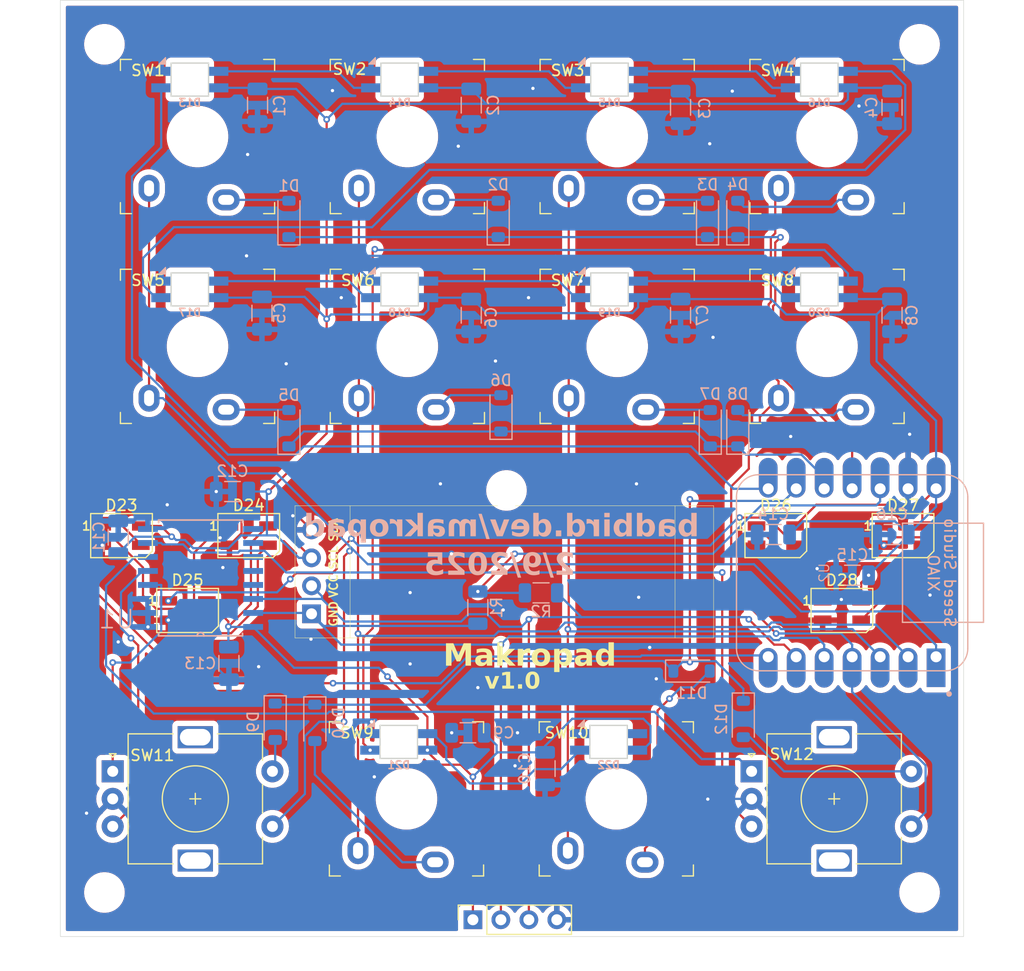
<source format=kicad_pcb>
(kicad_pcb (version 20240108) (generator "pcbnew") (generator_version "8.0")
  (layers (0 "F.Cu" signal) (31 "B.Cu" signal) (34 "B.Paste" user) (35 "F.Paste" user) (36 "B.SilkS" user "B.Silkscreen") (37 "F.SilkS" user "F.Silkscreen") (38 "B.Mask" user) (39 "F.Mask" user) (44 "Edge.Cuts" user))
  (net 0 "")
  (net 1 "ROW0")
  (net 2 "Net-(D1-A)")
  (net 3 "Net-(D2-A)")
  (net 4 "Net-(D3-A)")
  (net 5 "Net-(D4-A)")
  (net 6 "ROW1")
  (net 7 "Net-(D5-A)")
  (net 8 "Net-(D6-A)")
  (net 9 "Net-(D7-A)")
  (net 10 "Net-(D8-A)")
  (net 11 "ROW2")
  (net 12 "ENC_2_SWA")
  (net 13 "Net-(D10-A)")
  (net 14 "Net-(D11-A)")
  (net 15 "ENC_1_SWA")
  (net 16 "VCC")
  (net 17 "I2C_SDA")
  (net 18 "GND")
  (net 19 "I2C_SCL")
  (net 20 "ENC_2_B")
  (net 21 "ENC_2_A")
  (net 22 "ENC_1_B")
  (net 23 "ENC_1_A")
  (net 24 "COL0")
  (net 25 "COL1")
  (net 26 "COL2")
  (net 27 "COL3")
  (net 29 "Net-(D14-DOUT)")
  (net 30 "Net-(D15-DOUT)")
  (net 31 "Net-(D16-DOUT)")
  (net 32 "Net-(D17-DOUT)")
  (net 34 "RGB")
  (net 35 "+3.3V")
  (net 36 "Net-(D18-DOUT)")
  (net 37 "Net-(D13-DOUT)")
  (net 38 "Net-(D19-DOUT)")
  (net 39 "STATUS_LED")
  (net 40 "Net-(D20-DOUT)")
  (net 41 "Net-(D21-DOUT)")
  (net 42 "Net-(D23-DOUT)")
  (net 43 "Net-(D24-DOUT)")
  (net 44 "Net-(D25-DOUT)")
  (net 45 "Net-(D26-DOUT)")
  (net 46 "Net-(D27-DOUT)")
  (footprint "LED_SMD:LED_SK6812MINI_PLCC4_3.5x3.5mm_P1.75mm" (layer "F.Cu") (at 123.05 98.4)
    (property "Reference" "D25")
    (property "Value" "SK6812")
  )
  (footprint "LED_SMD:LED_SK6812MINI_PLCC4_3.5x3.5mm_P1.75mm" (layer "F.Cu") (at 182.45 98.4)
    (property "Reference" "D28")
    (property "Value" "SK6812")
  )
  (footprint "Components:Gateron Low Profile Switch 2.0" (layer "F.Cu") (at 181.1 55.37)
    (property "Reference" "SW4")
    (property "Value" "SW_Push_45deg")
  )
  (footprint "Components:Gateron Low Profile Switch 2.0" (layer "F.Cu") (at 161.97 115.5)
    (property "Reference" "SW10")
    (property "Value" "SW_Push_45deg")
  )
  (footprint "MountingHole:MountingHole_3.2mm_M3" (layer "F.Cu") (at 115.5 124)
    (property "Reference" "MH3" (hide yes))
    (property "Value" "MountingHole_3.2mm_M3")
  )
  (footprint "Components:Gateron Low Profile Switch 2.0" (layer "F.Cu") (at 123.95 55.37)
    (property "Reference" "SW1")
    (property "Value" "SW_Push_45deg")
  )
  (footprint "MountingHole:MountingHole_3.2mm_M3" (layer "F.Cu") (at 115.5 47)
    (property "Reference" "MH1" (hide yes))
    (property "Value" "MountingHole_3.2mm_M3")
  )
  (footprint "MountingHole:MountingHole_3.2mm_M3" (layer "F.Cu") (at 189.5 47)
    (property "Reference" "MH2" (hide yes))
    (property "Value" "MountingHole_3.2mm_M3")
  )
  (footprint "Components:SSD1306-0.91-OLED-4pin-128x32" (layer "F.Cu") (at 170.8 100.89 180)
    (property "Reference" "J1" (hide yes))
    (property "Value" "OLED_DISPLAY" (hide yes))
  )
  (footprint "LED_SMD:LED_SK6812MINI_PLCC4_3.5x3.5mm_P1.75mm" (layer "F.Cu") (at 188 91.6)
    (property "Reference" "D27")
    (property "Value" "SK6812")
  )
  (footprint "Components:encoder" (layer "F.Cu") (at 174.25 113)
    (property "Reference" "SW12")
    (property "Value" "RotaryEncoder_Switch")
  )
  (footprint "LED_SMD:LED_SK6812MINI_PLCC4_3.5x3.5mm_P1.75mm" (layer "F.Cu") (at 128.6 91.6)
    (property "Reference" "D24")
    (property "Value" "SK6812")
  )
  (footprint "LED_SMD:LED_SK6812MINI_PLCC4_3.5x3.5mm_P1.75mm" (layer "F.Cu") (at 176.45 91.6)
    (property "Reference" "D26")
    (property "Value" "SK6812")
  )
  (footprint "LED_SMD:LED_SK6812MINI_PLCC4_3.5x3.5mm_P1.75mm" (layer "F.Cu") (at 117.05 91.6)
    (property "Reference" "D23")
    (property "Value" "SK6812")
  )
  (footprint "Components:Gateron Low Profile Switch 2.0" (layer "F.Cu") (at 143 74.42)
    (property "Reference" "SW6")
    (property "Value" "SW_Push_45deg")
  )
  (footprint "MountingHole:MountingHole_3.2mm_M3" (layer "F.Cu") (at 189.5 124)
    (property "Reference" "MH4" (hide yes))
    (property "Value" "MountingHole_3.2mm_M3")
  )
  (footprint "Components:Gateron Low Profile Switch 2.0" (layer "F.Cu") (at 143 55.37)
    (property "Reference" "SW2")
    (property "Value" "SW_Push_45deg")
  )
  (footprint "Components:Gateron Low Profile Switch 2.0" (layer "F.Cu") (at 162.05 74.42)
    (property "Reference" "SW7")
    (property "Value" "SW_Push_45deg")
  )
  (footprint "Components:encoder" (layer "F.Cu") (at 116.25 113)
    (property "Reference" "SW11")
    (property "Value" "RotaryEncoder_Switch")
  )
  (footprint "Components:Gateron Low Profile Switch 2.0" (layer "F.Cu") (at 123.95 74.42)
    (property "Reference" "SW5")
    (property "Value" "SW_Push_45deg")
  )
  (footprint "Components:Gateron Low Profile Switch 2.0" (layer "F.Cu") (at 181.1 74.42)
    (property "Reference" "SW8")
    (property "Value" "SW_Push_45deg")
  )
  (footprint "Components:4pin" (layer "F.Cu") (at 148.95 126.475 90)
    (property "Reference" "J2" (hide yes))
    (property "Value" "Conn_01x04")
  )
  (footprint "Components:Gateron Low Profile Switch 2.0" (layer "F.Cu") (at 162.05 55.37)
    (property "Reference" "SW3")
    (property "Value" "SW_Push_45deg")
  )
  (footprint "Components:Gateron Low Profile Switch 2.0" (layer "F.Cu") (at 142.92 115.5)
    (property "Reference" "SW9")
    (property "Value" "SW_Push_45deg")
  )
  (footprint "Diode_SMD:D_SOD-123" (layer "B.Cu") (at 132.25 81.85 90)
    (property "Reference" "D5")
    (property "Value" "D")
  )
  (footprint "Capacitor_SMD:C_1206_3216Metric" (layer "B.Cu") (at 126.8 103.2 -90)
    (property "Reference" "C13")
    (property "Value" "0.1uF")
  )
  (footprint "Capacitor_SMD:C_1206_3216Metric" (layer "B.Cu") (at 176.225 91.5 180)
    (property "Reference" "C14")
    (property "Value" "0.1uF")
  )
  (footprint "neopixel.petty:SK6812MINI-E" (layer "B.Cu") (at 161.35 69.25 180)
    (property "Reference" "D19")
    (property "Value" "SK6812" (hide yes))
    (fp_line (start 1.7 1.5) (end -1.7 1.5) (stroke (width 0.12)) (layer "Edge.Cuts"))
    (fp_line (start 1.7 -1.5) (end 1.7 1.5) (stroke (width 0.12)) (layer "Edge.Cuts"))
    (fp_line (start -1.7 1.5) (end -1.7 -1.5) (stroke (width 0.12)) (layer "Edge.Cuts"))
    (fp_line (start -1.7 -1.5) (end 1.7 -1.5) (stroke (width 0.12)) (layer "Edge.Cuts"))
  )
  (footprint "Diode_SMD:D_SOD-123" (layer "B.Cu") (at 132.25 62.85 90)
    (property "Reference" "D1")
    (property "Value" "D")
  )
  (footprint "neopixel.petty:SK6812MINI-E" (layer "B.Cu") (at 142.22 110.33 180)
    (property "Reference" "D21")
    (property "Value" "SK6812" (hide yes))
    (fp_line (start 1.7 1.5) (end -1.7 1.5) (stroke (width 0.12)) (layer "Edge.Cuts"))
    (fp_line (start 1.7 -1.5) (end 1.7 1.5) (stroke (width 0.12)) (layer "Edge.Cuts"))
    (fp_line (start -1.7 1.5) (end -1.7 -1.5) (stroke (width 0.12)) (layer "Edge.Cuts"))
    (fp_line (start -1.7 -1.5) (end 1.7 -1.5) (stroke (width 0.12)) (layer "Edge.Cuts"))
  )
  (footprint "Capacitor_SMD:C_1206_3216Metric" (layer "B.Cu") (at 155.5 112.75 -90)
    (property "Reference" "C10")
    (property "Value" "0.1uF")
  )
  (footprint "Diode_SMD:D_SOD-123" (layer "B.Cu") (at 134.6 108.6 -90)
    (property "Reference" "D10")
    (property "Value" "D")
  )
  (footprint "Resistor_SMD:R_1206_3216Metric" (layer "B.Cu") (at 149.4 98.1375 90)
    (property "Reference" "R1")
    (property "Value" "10k")
  )
  (footprint "neopixel.petty:SK6812MINI-E" (layer "B.Cu") (at 180.4 50.2 180)
    (property "Reference" "D16")
    (property "Value" "SK6812" (hide yes))
    (fp_line (start 1.7 1.5) (end -1.7 1.5) (stroke (width 0.12)) (layer "Edge.Cuts"))
    (fp_line (start 1.7 -1.5) (end 1.7 1.5) (stroke (width 0.12)) (layer "Edge.Cuts"))
    (fp_line (start -1.7 1.5) (end -1.7 -1.5) (stroke (width 0.12)) (layer "Edge.Cuts"))
    (fp_line (start -1.7 -1.5) (end 1.7 -1.5) (stroke (width 0.12)) (layer "Edge.Cuts"))
  )
  (footprint "neopixel.petty:SK6812MINI-E" (layer "B.Cu") (at 180.4 69.25 180)
    (property "Reference" "D20")
    (property "Value" "SK6812" (hide yes))
    (fp_line (start 1.7 1.5) (end -1.7 1.5) (stroke (width 0.12)) (layer "Edge.Cuts"))
    (fp_line (start 1.7 -1.5) (end 1.7 1.5) (stroke (width 0.12)) (layer "Edge.Cuts"))
    (fp_line (start -1.7 1.5) (end -1.7 -1.5) (stroke (width 0.12)) (layer "Edge.Cuts"))
    (fp_line (start -1.7 -1.5) (end 1.7 -1.5) (stroke (width 0.12)) (layer "Edge.Cuts"))
  )
  (footprint "Capacitor_SMD:C_1206_3216Metric" (layer "B.Cu") (at 148.5 109.5 180)
    (property "Reference" "C9")
    (property "Value" "0.1uF")
  )
  (footprint "Capacitor_SMD:C_1206_3216Metric" (layer "B.Cu") (at 187 71.6 -90)
    (property "Reference" "C8")
    (property "Value" "0.1uF")
  )
  (footprint "Diode_SMD:D_SOD-123" (layer "B.Cu") (at 151.25 62.85 90)
    (property "Reference" "D2")
    (property "Value" "D")
  )
  (footprint "Diode_SMD:D_SOD-123" (layer "B.Cu") (at 170.5 81.85 90)
    (property "Reference" "D7")
    (property "Value" "D")
  )
  (footprint "Capacitor_SMD:C_1206_3216Metric" (layer "B.Cu") (at 183.4 95.2 180)
    (property "Reference" "C15")
    (property "Value" "0.1uF")
  )
  (footprint "Capacitor_SMD:C_1206_3216Metric" (layer "B.Cu") (at 129.8 71.4 -90)
    (property "Reference" "C5")
    (property "Value" "0.1uF")
  )
  (footprint "Capacitor_SMD:C_1206_3216Metric" (layer "B.Cu") (at 129.4 52.525 -90)
    (property "Reference" "C1")
    (property "Value" "0.1uF")
  )
  (footprint "Diode_SMD:D_SOD-123" (layer "B.Cu") (at 173 81.85 90)
    (property "Reference" "D8")
    (property "Value" "D")
  )
  (footprint "Capacitor_SMD:C_1206_3216Metric" (layer "B.Cu") (at 148.8 71.6 -90)
    (property "Reference" "C6")
    (property "Value" "0.1uF")
  )
  (footprint "Diode_SMD:D_SOD-123" (layer "B.Cu") (at 170.25 62.85 90)
    (property "Reference" "D3")
    (property "Value" "D")
  )
  (footprint "Capacitor_SMD:C_1206_3216Metric" (layer "B.Cu") (at 116.75 91.75 90)
    (property "Reference" "C11")
    (property "Value" "0.1uF")
  )
  (footprint "Capacitor_SMD:C_1206_3216Metric" (layer "B.Cu") (at 167.8 52.725 -90)
    (property "Reference" "C3")
    (property "Value" "0.1uF")
  )
  (footprint "neopixel.petty:SK6812MINI-E" (layer "B.Cu") (at 142.3 69.25 180)
    (property "Reference" "D18")
    (property "Value" "SK6812" (hide yes))
    (fp_line (start 1.7 1.5) (end -1.7 1.5) (stroke (width 0.12)) (layer "Edge.Cuts"))
    (fp_line (start 1.7 -1.5) (end 1.7 1.5) (stroke (width 0.12)) (layer "Edge.Cuts"))
    (fp_line (start -1.7 1.5) (end -1.7 -1.5) (stroke (width 0.12)) (layer "Edge.Cuts"))
    (fp_line (start -1.7 -1.5) (end 1.7 -1.5) (stroke (width 0.12)) (layer "Edge.Cuts"))
  )
  (footprint "neopixel.petty:SK6812MINI-E" (layer "B.Cu") (at 142.3 50.2 180)
    (property "Reference" "D14")
    (property "Value" "SK6812" (hide yes))
    (fp_line (start 1.7 1.5) (end -1.7 1.5) (stroke (width 0.12)) (layer "Edge.Cuts"))
    (fp_line (start 1.7 -1.5) (end 1.7 1.5) (stroke (width 0.12)) (layer "Edge.Cuts"))
    (fp_line (start -1.7 1.5) (end -1.7 -1.5) (stroke (width 0.12)) (layer "Edge.Cuts"))
    (fp_line (start -1.7 -1.5) (end 1.7 -1.5) (stroke (width 0.12)) (layer "Edge.Cuts"))
  )
  (footprint "neopixel.petty:SK6812MINI-E" (layer "B.Cu") (at 123.25 50.2 180)
    (property "Reference" "D13")
    (property "Value" "SK6812" (hide yes))
    (fp_line (start 1.7 1.5) (end -1.7 1.5) (stroke (width 0.12)) (layer "Edge.Cuts"))
    (fp_line (start 1.7 -1.5) (end 1.7 1.5) (stroke (width 0.12)) (layer "Edge.Cuts"))
    (fp_line (start -1.7 1.5) (end -1.7 -1.5) (stroke (width 0.12)) (layer "Edge.Cuts"))
    (fp_line (start -1.7 -1.5) (end 1.7 -1.5) (stroke (width 0.12)) (layer "Edge.Cuts"))
  )
  (footprint "neopixel.petty:SK6812MINI-E" (layer "B.Cu") (at 123.25 69.25 180)
    (property "Reference" "D17")
    (property "Value" "SK6812" (hide yes))
    (fp_line (start 1.7 1.5) (end -1.7 1.5) (stroke (width 0.12)) (layer "Edge.Cuts"))
    (fp_line (start 1.7 -1.5) (end 1.7 1.5) (stroke (width 0.12)) (layer "Edge.Cuts"))
    (fp_line (start -1.7 1.5) (end -1.7 -1.5) (stroke (width 0.12)) (layer "Edge.Cuts"))
    (fp_line (start -1.7 -1.5) (end 1.7 -1.5) (stroke (width 0.12)) (layer "Edge.Cuts"))
  )
  (footprint "Diode_SMD:D_SOD-123" (layer "B.Cu") (at 131 108.5 -90)
    (property "Reference" "D9")
    (property "Value" "D")
  )
  (footprint "Components:SOIC127P1032X265-16N" (layer "B.Cu") (at 124.2248 95.445)
    (property "Reference" "U1")
    (property "Value" "PCF8574A")
  )
  (footprint "neopixel.petty:SK6812MINI-E" (layer "B.Cu") (at 161.35 50.2 180)
    (property "Reference" "D15")
    (property "Value" "SK6812" (hide yes))
    (fp_line (start 1.7 1.5) (end -1.7 1.5) (stroke (width 0.12)) (layer "Edge.Cuts"))
    (fp_line (start 1.7 -1.5) (end 1.7 1.5) (stroke (width 0.12)) (layer "Edge.Cuts"))
    (fp_line (start -1.7 1.5) (end -1.7 -1.5) (stroke (width 0.12)) (layer "Edge.Cuts"))
    (fp_line (start -1.7 -1.5) (end 1.7 -1.5) (stroke (width 0.12)) (layer "Edge.Cuts"))
  )
  (footprint "Diode_SMD:D_SOD-123" (layer "B.Cu") (at 168.8 103.9)
    (property "Reference" "D11")
    (property "Value" "D")
  )
  (footprint "Capacitor_SMD:C_1206_3216Metric" (layer "B.Cu") (at 148.8 52.525 -90)
    (property "Reference" "C2")
    (property "Value" "0.1uF")
  )
  (footprint "Resistor_SMD:R_1206_3216Metric" (layer "B.Cu") (at 155.1375 96.8 180)
    (property "Reference" "R2")
    (property "Value" "10k")
  )
  (footprint "Capacitor_SMD:C_1206_3216Metric" (layer "B.Cu") (at 187 91.5 180)
    (property "Reference" "C16")
    (property "Value" "0.1uF")
  )
  (footprint "Diode_SMD:D_SOD-123" (layer "B.Cu") (at 173 62.85 90)
    (property "Reference" "D4")
    (property "Value" "D")
  )
  (footprint "Capacitor_SMD:C_1206_3216Metric" (layer "B.Cu") (at 167.8 71.6 -90)
    (property "Reference" "C7")
    (property "Value" "0.1uF")
  )
  (footprint "Diode_SMD:D_SOD-123" (layer "B.Cu") (at 173.5 108.25 -90)
    (property "Reference" "D12")
    (property "Value" "D")
  )
  (footprint "Capacitor_SMD:C_1206_3216Metric" (layer "B.Cu") (at 127.125 87.6 180)
    (property "Reference" "C12")
    (property "Value" "0.1uF")
  )
  (footprint "Components:XIAO-Generic-Hybrid-14P-2.54-21X17.8MM" (layer "B.Cu") (at 183.38 94.975 90)
    (property "Reference" "U2")
    (property "Value" "MOUDLE-SEEEDUINO-XIAO" (hide yes))
  )
  (footprint "Capacitor_SMD:C_1206_3216Metric" (layer "B.Cu") (at 187 52.725 -90)
    (property "Reference" "C4")
    (property "Value" "0.1uF")
  )
  (footprint "neopixel.petty:SK6812MINI-E" (layer "B.Cu") (at 161.27 110.33 180)
    (property "Reference" "D22")
    (property "Value" "SK6812" (hide yes))
    (fp_line (start 1.7 1.5) (end -1.7 1.5) (stroke (width 0.12)) (layer "Edge.Cuts"))
    (fp_line (start 1.7 -1.5) (end 1.7 1.5) (stroke (width 0.12)) (layer "Edge.Cuts"))
    (fp_line (start -1.7 1.5) (end -1.7 -1.5) (stroke (width 0.12)) (layer "Edge.Cuts"))
    (fp_line (start -1.7 -1.5) (end 1.7 -1.5) (stroke (width 0.12)) (layer "Edge.Cuts"))
  )
  (footprint "MountingHole:MountingHole_3.2mm_M3" (layer "B.Cu") (at 152 87.5 180)
    (property "Reference" "MH5" (hide yes))
    (property "Value" "MountingHole_3.2mm_M3")
  )
  (footprint "Diode_SMD:D_SOD-123" (layer "B.Cu") (at 151.5 80.5 90)
    (property "Reference" "D6")
    (property "Value" "D")
  )
  (gr_rect (start 111.5 43) (end 193.5 128) (stroke (width 0.05)) (fill none) (layer "Edge.Cuts"))
  (gr_text "2/9/2025" (at 158.25 95.5 0) (layer "B.SilkS") (effects (font (size 2 2) (thickness 0.4) (bold yes)) (justify left bottom mirror)))
  (gr_text "badbird.dev/makropad" (at 169.5 92 0) (layer "B.SilkS") (effects (font (size 2 2) (thickness 0.4) (bold yes)) (justify left bottom mirror)))
  (gr_text "Makropad" (at 146.25 103.75 0) (layer "F.SilkS") (effects (font (size 2 2) (thickness 0.2) (bold yes)) (justify left bottom)))
  (gr_text "v1.0" (at 150 105.75 0) (layer "F.SilkS") (effects (font (size 1.5 1.5) (thickness 0.2) (bold yes)) (justify left bottom)))
  (segment (start 176.4 70.565686) (end 176.2 70.765685) (width 0.2) (layer "F.Cu") (net 1))
  (segment (start 183.38 83.63) (end 183.38 87.35) (width 0.2) (layer "F.Cu") (net 1))
  (segment (start 176.2 76.45) (end 183.38 83.63) (width 0.2) (layer "F.Cu") (net 1))
  (segment (start 176.874377 64.518878) (end 176.4 64.993255) (width 0.2) (layer "F.Cu") (net 1))
  (segment (start 176.2 70.765685) (end 176.2 76.45) (width 0.2) (layer "F.Cu") (net 1))
  (segment (start 176.4 64.993255) (end 176.4 70.565686) (width 0.2) (layer "F.Cu") (net 1))
  (via (at 176.874377 64.518878) (size 0.6) (drill 0.3) (layers "F.Cu" "B.Cu") (net 1))
  (segment (start 176.874377 64.518878) (end 176.855499 64.5) (width 0.2) (layer "B.Cu") (net 1))
  (segment (start 176.855499 64.5) (end 170.25 64.5) (width 0.2) (layer "B.Cu") (net 1))
  (segment (start 151.25 64.5) (end 132.25 64.5) (width 0.2) (layer "B.Cu") (net 1))
  (segment (start 170.25 64.5) (end 151.25 64.5) (width 0.2) (layer "B.Cu") (net 1))
  (segment (start 126.55 61.12) (end 132.17 61.12) (width 0.2) (layer "B.Cu") (net 2))
  (segment (start 132.17 61.12) (end 132.25 61.2) (width 0.2) (layer "B.Cu") (net 2))
  (segment (start 145.6 61.12) (end 151.17 61.12) (width 0.2) (layer "B.Cu") (net 3))
  (segment (start 151.17 61.12) (end 151.25 61.2) (width 0.2) (layer "B.Cu") (net 3))
  (segment (start 164.65 61.12) (end 170.17 61.12) (width 0.2) (layer "B.Cu") (net 4))
  (segment (start 170.17 61.12) (end 170.25 61.2) (width 0.2) (layer "B.Cu") (net 4))
  (segment (start 181.543 61.75) (end 173.55 61.75) (width 0.2) (layer "B.Cu") (net 5))
  (segment (start 182.173 61.12) (end 181.543 61.75) (width 0.2) (layer "B.Cu") (net 5))
  (segment (start 183.7 61.12) (end 182.173 61.12) (width 0.2) (layer "B.Cu") (net 5))
  (segment (start 173.55 61.75) (end 173 61.2) (width 0.2) (layer "B.Cu") (net 5))
  (segment (start 173 83.5) (end 173.75 84.25) (width 0.2) (layer "B.Cu") (net 6))
  (segment (start 180.84 86.313654) (end 180.84 87.35) (width 0.2) (layer "B.Cu") (net 6))
  (segment (start 169.15 82.15) (end 170.5 83.5) (width 0.2) (layer "B.Cu") (net 6))
  (segment (start 173.75 84.25) (end 178.776346 84.25) (width 0.2) (layer "B.Cu") (net 6))
  (segment (start 133.6 82.15) (end 151.5 82.15) (width 0.2) (layer "B.Cu") (net 6))
  (segment (start 173 83.5) (end 170.5 83.5) (width 0.2) (layer "B.Cu") (net 6))
  (segment (start 132.25 83.5) (end 133.6 82.15) (width 0.2) (layer "B.Cu") (net 6))
  (segment (start 178.776346 84.25) (end 180.84 86.313654) (width 0.2) (layer "B.Cu") (net 6))
  (segment (start 151.5 82.15) (end 169.15 82.15) (width 0.2) (layer "B.Cu") (net 6))
  (segment (start 132.22 80.17) (end 132.25 80.2) (width 0.2) (layer "B.Cu") (net 7))
  (segment (start 126.55 80.17) (end 132.22 80.17) (width 0.2) (layer "B.Cu") (net 7))
  (segment (start 151.5 78.85) (end 146.92 78.85) (width 0.2) (layer "B.Cu") (net 8))
  (segment (start 146.92 78.85) (end 145.6 80.17) (width 0.2) (layer "B.Cu") (net 8))
  (segment (start 164.65 80.17) (end 170.47 80.17) (width 0.2) (layer "B.Cu") (net 9))
  (segment (start 170.47 80.17) (end 170.5 80.2) (width 0.2) (layer "B.Cu") (net 9))
  (segment (start 181.68 80.6636) (end 173.464 80.6636) (width 0.2) (layer "B.Cu") (net 10))
  (segment (start 182.173 80.17) (end 181.68 80.6636) (width 0.2) (layer "B.Cu") (net 10))
  (segment (start 173.464 80.6636) (end 173 80.2) (width 0.2) (layer "B.Cu") (net 10))
  (segment (start 183.7 80.17) (end 182.173 80.17) (width 0.2) (layer "B.Cu") (net 10))
  (segment (start 168.648 103.079) (end 168.648 88.3051) (width 0.2) (layer "F.Cu") (net 11))
  (via (at 168.648 103.079) (size 0.6) (drill 0.3) (layers "F.Cu" "B.Cu") (net 11))
  (via (at 168.648 88.3051) (size 0.6) (drill 0.3) (layers "F.Cu" "B.Cu") (net 11))
  (segment (start 148.615 102.985) (end 166.235 102.985) (width 0.2) (layer "B.Cu") (net 11))
  (segment (start 131 106.95) (end 134.6 106.95) (width 0.2) (layer "B.Cu") (net 11))
  (segment (start 167.971 103.079) (end 168.648 103.079) (width 0.2) (layer "B.Cu") (net 11))
  (segment (start 168.648 103.079) (end 168.727 103) (width 0.2) (layer "B.Cu") (net 11))
  (segment (start 166.235 102.985) (end 167.15 103.9) (width 0.2) (layer "B.Cu") (net 11))
  (segment (start 144.65 106.95) (end 148.615 102.985) (width 0.2) (layer "B.Cu") (net 11))
  (segment (start 168.793 88.45) (end 168.648 88.3051) (width 0.2) (layer "B.Cu") (net 11))
  (segment (start 173.5 105.5) (end 173.5 106.6) (width 0.2) (layer "B.Cu") (net 11))
  (segment (start 167.15 103.9) (end 167.971 103.079) (width 0.2) (layer "B.Cu") (net 11))
  (segment (start 178.3 87.35) (end 177.2 88.45) (width 0.2) (layer "B.Cu") (net 11))
  (segment (start 177.2 88.45) (end 168.793 88.45) (width 0.2) (layer "B.Cu") (net 11))
  (segment (start 168.727 103) (end 171 103) (width 0.2) (layer "B.Cu") (net 11))
  (segment (start 134.6 106.95) (end 144.65 106.95) (width 0.2) (layer "B.Cu") (net 11))
  (segment (start 171 103) (end 173.5 105.5) (width 0.2) (layer "B.Cu") (net 11))
  (segment (start 177.2 113) (end 188.75 113) (width 0.2) (layer "B.Cu") (net 12))
  (segment (start 173.5 109.9) (end 174.1 109.9) (width 0.2) (layer "B.Cu") (net 12))
  (segment (start 174.1 109.9) (end 177.2 113) (width 0.2) (layer "B.Cu") (net 12))
  (segment (start 134.6 113.3) (end 142.55 121.25) (width 0.2) (layer "B.Cu") (net 13))
  (segment (start 134.6 110.25) (end 134.6 113.3) (width 0.2) (layer "B.Cu") (net 13))
  (segment (start 142.55 121.25) (end 145.52 121.25) (width 0.2) (layer "B.Cu") (net 13))
  (segment (start 166.8 106.4) (end 165.712 107.488) (width 0.2) (layer "F.Cu") (net 14))
  (segment (start 164.57 119.998) (end 164.57 121.25) (width 0.2) (layer "F.Cu") (net 14))
  (segment (start 165.712 118.856) (end 164.57 119.998) (width 0.2) (layer "F.Cu") (net 14))
  (segment (start 165.712 107.488) (end 165.712 118.856) (width 0.2) (layer "F.Cu") (net 14))
  (via (at 166.8 106.4) (size 0.6) (drill 0.3) (layers "F.Cu" "B.Cu") (net 14))
  (segment (start 168.975 105.375) (end 170.45 103.9) (width 0.2) (layer "B.Cu") (net 14))
  (segment (start 166.8 106.4) (end 167.825 105.375) (width 0.2) (layer "B.Cu") (net 14))
  (segment (start 167.825 105.375) (end 168.975 105.375) (width 0.2) (layer "B.Cu") (net 14))
  (segment (start 131 112.75) (end 130.75 113) (width 0.2) (layer "B.Cu") (net 15))
  (segment (start 131 110.15) (end 131 112.75) (width 0.2) (layer "B.Cu") (net 15))
  (segment (start 121.6 91.7033) (end 120.622 90.725) (width 0.2) (layer "F.Cu") (net 16))
  (segment (start 130.4 87.6) (end 135.673 82.3271) (width 0.2) (layer "F.Cu") (net 16))
  (segment (start 141.2 104.4) (end 141.2 104.431) (width 0.2) (layer "F.Cu") (net 16))
  (segment (start 180.125 88.8) (end 178.2 90.725) (width 0.2) (layer "F.Cu") (net 16))
  (segment (start 124.8 97.525) (end 124.875 97.525) (width 0.2) (layer "F.Cu") (net 16))
  (segment (start 189.75 90.725) (end 189.75 89) (width 0.2) (layer "F.Cu") (net 16))
  (segment (start 131.405 90.725) (end 134.3 93.62) (width 0.2) (layer "F.Cu") (net 16))
  (segment (start 141.2 104.431) (end 144.82 108.051) (width 0.2) (layer "F.Cu") (net 16))
  (segment (start 144.82 111.22) (end 144.82 111.08) (width 0.2) (layer "F.Cu") (net 16))
  (segment (start 189.55 88.8) (end 191 87.35) (width 0.2) (layer "F.Cu") (net 16))
  (segment (start 144.82 108.051) (end 144.82 111.08) (width 0.2) (layer "F.Cu") (net 16))
  (segment (start 146 112.4) (end 144.82 111.22) (width 0.2) (layer "F.Cu") (net 16))
  (segment (start 148.95 113.5) (end 148.95 126.475) (width 0.2) (layer "F.Cu") (net 16))
  (segment (start 126.753 99.8587) (end 128.8 97.8117) (width 0.2) (layer "F.Cu") (net 16))
  (segment (start 189.55 88.8) (end 180.125 88.8) (width 0.2) (layer "F.Cu") (net 16))
  (segment (start 128.8 92.275) (end 130.35 90.725) (width 0.2) (layer "F.Cu") (net 16))
  (segment (start 147.85 112.4) (end 146 112.4) (width 0.2) (layer "F.Cu") (net 16))
  (segment (start 148.95 113.5) (end 147.85 112.4) (width 0.2) (layer "F.Cu") (net 16))
  (segment (start 184.2 95.875) (end 184.875 95.2) (width 0.2) (layer "F.Cu") (net 16))
  (segment (start 128.8 97.8117) (end 128.8 92.275) (width 0.2) (layer "F.Cu") (net 16))
  (segment (start 124.875 97.525) (end 126.753 99.403) (width 0.2) (layer "F.Cu") (net 16))
  (segment (start 189.75 89) (end 189.55 88.8) (width 0.2) (layer "F.Cu") (net 16))
  (segment (start 130.35 90.725) (end 131.405 90.725) (width 0.2) (layer "F.Cu") (net 16))
  (segment (start 135.673 53.8203) (end 135.673 71.9246) (width 0.2) (layer "F.Cu") (net 16))
  (segment (start 120.622 90.725) (end 118.8 90.725) (width 0.2) (layer "F.Cu") (net 16))
  (segment (start 184.2 97.525) (end 184.2 95.875) (width 0.2) (layer "F.Cu") (net 16))
  (segment (start 135.673 82.3271) (end 135.673 71.9246) (width 0.2) (layer "F.Cu") (net 16))
  (segment (start 126.753 99.403) (end 126.753 99.8587) (width 0.2) (layer "F.Cu") (net 16))
  (via (at 144.82 111.08) (size 0.6) (drill 0.3) (layers "F.Cu" "B.Cu") (net 16))
  (via (at 130.4 87.6) (size 0.6) (drill 0.3) (layers "F.Cu" "B.Cu") (net 16))
  (via (at 184.875 95.2) (size 0.6) (drill 0.3) (layers "F.Cu" "B.Cu") (net 16))
  (via (at 121.6 91.7033) (size 0.6) (drill 0.3) (layers "F.Cu" "B.Cu") (net 16))
  (via (at 148.95 113.5) (size 0.6) (drill 0.3) (layers "F.Cu" "B.Cu") (net 16))
  (via (at 135.673 53.8203) (size 0.6) (drill 0.3) (layers "F.Cu" "B.Cu") (net 16))
  (via (at 141.2 104.4) (size 0.6) (drill 0.3) (layers "F.Cu" "B.Cu") (net 16))
  (via (at 126.753 99.8587) (size 0.6) (drill 0.3) (layers "F.Cu" "B.Cu") (net 16))
  (via (at 135.673 71.9246) (size 0.6) (drill 0.3) (layers "F.Cu" "B.Cu") (net 16))
  (segment (start 130.249 91.5799) (end 131.108 91.5799) (width 0.2) (layer "B.Cu") (net 16))
  (segment (start 188.475 91.5) (end 191 88.975) (width 0.2) (layer "B.Cu") (net 16))
  (segment (start 191 81.175) (end 185.6 75.775) (width 0.2) (layer "B.Cu") (net 16))
  (segment (start 185.605 71.52) (end 177.41 71.52) (width 0.2) (layer "B.Cu") (net 16))
  (segment (start 178.9 90.3) (end 177.7 91.5) (width 0.2) (layer "B.Cu") (net 16))
  (segment (start 151.1 111.35) (end 151.175 111.275) (width 0.2) (layer "B.Cu") (net 16))
  (segment (start 176.015 70.125) (end 167.8 70.125) (width 0.2) (layer "B.Cu") (net 16))
  (segment (start 128.6 87.6) (end 130.4 87.6) (width 0.2) (layer "B.Cu") (net 16))
  (segment (start 132.903 51.05) (end 135.673 53.8203) (width 0.2) (layer "B.Cu") (net 16))
  (segment (start 177.41 71.52) (end 176.015 70.125) (width 0.2) (layer "B.Cu") (net 16))
  (segment (start 163.95 50.95) (end 167.5 50.95) (width 0.2) (layer "B.Cu") (net 16))
  (segment (start 155.5 111.275) (end 155.5 110.7) (width 0.2) (layer "B.Cu") (net 16))
  (segment (start 135.673 71.9246) (end 136.078 71.52) (width 0.2) (layer "B.Cu") (net 16))
  (segment (start 122 92) (end 121.703 91.7033) (width 0.2) (layer "B.Cu") (net 16))
  (segment (start 164.36 111.08) (end 163.87 111.08) (width 0.2) (layer "B.Cu") (net 16))
  (segment (start 191 87.35) (end 191 81.175) (width 0.2) (layer "B.Cu") (net 16))
  (segment (start 165.07 108.87) (end 165.07 110.37) (width 0.2) (layer "B.Cu") (net 16))
  (segment (start 163.95 70.8743) (end 163.95 70) (width 0.2) (layer "B.Cu") (net 16))
  (segment (start 148.7 50.95) (end 148.8 51.05) (width 0.2) (layer "B.Cu") (net 16))
  (segment (start 148.8 51.05) (end 150.15 52.4) (width 0.2) (layer "B.Cu") (net 16))
  (segment (start 136.078 71.52) (end 144.48 71.52) (width 0.2) (layer "B.Cu") (net 16))
  (segment (start 129.725 70) (end 129.8 69.925) (width 0.2) (layer "B.Cu") (net 16))
  (segment (start 144.48 71.52) (end 144.9 71.1) (width 0.2) (layer "B.Cu") (net 16))
  (segment (start 130.249 91.5799) (end 127.922 91.5799) (width 0.2) (layer "B.Cu") (net 16))
  (segment (start 185.6 75.775) (end 185.6 71.525) (width 0.2) (layer "B.Cu") (net 16))
  (segment (start 150.2 71.4) (end 163.424 71.4) (width 0.2) (layer "B.Cu") (net 16))
  (segment (start 151.175 111.275) (end 155.5 111.275) (width 0.2) (layer "B.Cu") (net 16))
  (segment (start 183 50.95) (end 186.7 50.95) (width 0.2) (layer "B.Cu") (net 16))
  (segment (start 118.272 91.7033) (end 116.75 93.225) (width 0.2) (layer "B.Cu") (net 16))
  (segment (start 188.475 91.5) (end 187.275 90.3) (width 0.2) (layer "B.Cu") (net 16))
  (segment (start 137.093 52.4) (end 150.15 52.4) (width 0.2) (layer "B.Cu") (net 16))
  (segment (start 132.71 103.6) (end 129 99.89) (width 0.2) (layer "B.Cu") (net 16))
  (segment (start 148.925 70.125) (end 150.2 71.4) (width 0.2) (layer "B.Cu") (net 16))
  (segment (start 157.97 108.23) (end 164.43 108.23) (width 0.2) (layer "B.Cu") (net 16))
  (segment (start 151.1 110.625) (end 151.1 111.35) (width 0.2) (layer "B.Cu") (net 16))
  (segment (start 186.7 50.95) (end 187 51.25) (width 0.2) (layer "B.Cu") (net 16))
  (segment (start 187.275 90.3) (end 178.9 90.3) (width 0.2) (layer "B.Cu") (net 16))
  (segment (start 187 70.125) (end 183.125 70.125) (width 0.2) (layer "B.Cu") (net 16))
  (segment (start 150.15 52.4) (end 168.95 52.4) (width 0.2) (layer "B.Cu") (net 16))
  (segment (start 188.475 91.6) (end 188.475 91.5) (width 0.2) (layer "B.Cu") (net 16))
  (segment (start 125.85 70) (end 129.725 70) (width 0.2) (layer "B.Cu") (net 16))
  (segment (start 125.85 50.95) (end 129.3 50.95) (width 0.2) (layer "B.Cu") (net 16))
  (segment (start 163.424 71.4) (end 163.95 70.8743) (width 0.2) (layer "B.Cu") (net 16))
  (segment (start 121.703 91.7033) (end 121.6 91.7033) (width 0.2) (layer "B.Cu") (net 16))
  (segment (start 183 50.95) (end 183 52) (width 0.2) (layer "B.Cu") (net 16))
  (segment (start 183 52) (end 182.6 52.4) (width 0.2) (layer "B.Cu") (net 16))
  (segment (start 165.07 110.37) (end 164.36 111.08) (width 0.2) (layer "B.Cu") (net 16))
  (segment (start 140.4 103.6) (end 132.71 103.6) (width 0.2) (layer "B.Cu") (net 16))
  (segment (start 129.8 69.925) (end 133.673 69.925) (width 0.2) (layer "B.Cu") (net 16))
  (segment (start 126.762 92.74) (end 123.554 92.74) (width 0.2) (layer "B.Cu") (net 16))
  (segment (start 144.9 50.95) (end 148.7 50.95) (width 0.2) (layer "B.Cu") (net 16))
  (segment (start 185.6 71.525) (end 185.605 71.52) (width 0.2) (layer "B.Cu") (net 16))
  (segment (start 149.975 109.5) (end 151.1 110.625) (width 0.2) (layer "B.Cu") (net 16))
  (segment (start 144.9 70) (end 148.675 70) (width 0.2) (layer "B.Cu") (net 16))
  (segment (start 126.784 99.89) (end 126.753 99.8587) (width 0.2) (layer "B.Cu") (net 16))
  (segment (start 130.4 87.6) (end 130.249 87.751) (width 0.2) (layer "B.Cu") (net 16))
  (segment (start 167.8 51.25) (end 168.95 52.4) (width 0.2) (layer "B.Cu") (net 16))
  (segment (start 167.5 50.95) (end 167.8 51.25) (width 0.2) (layer "B.Cu") (net 16))
  (segment (start 135.673 53.8203) (end 137.093 52.4) (width 0.2) (layer "B.Cu") (net 16))
  (segment (start 122.814 92) (end 122 92) (width 0.2) (layer "B.Cu") (net 16))
  (segment (start 187 70.125) (end 185.605 71.52) (width 0.2) (layer "B.Cu") (net 16))
  (segment (start 168.95 52.4) (end 182.6 52.4) (width 0.2) (layer "B.Cu") (net 16))
  (segment (start 126.753 101.678) (end 126.8 101.725) (width 0.2) (layer "B.Cu") (net 16))
  (segment (start 131.108 91.5799) (end 133.148 93.62) (width 0.2) (layer "B.Cu") (net 16))
  (segment (start 155.5 110.7) (end 157.97 108.23) (width 0.2) (layer "B.Cu") (net 16))
  (segment (start 191 88.975) (end 191 87.35) (width 0.2) (layer "B.Cu") (net 16))
  (segment (start 144.9 71.1) (end 144.9 70) (width 0.2) (layer "B.Cu") (net 16))
  (segment (start 133.148 93.62) (end 134.3 93.62) (width 0.2) (layer "B.Cu") (net 16))
  (segment (start 126.753 99.8587) (end 126.753 101.678) (width 0.2) (layer "B.Cu") (net 16))
  (segment (start 130.249 87.751) (end 130.249 91.5799) (width 0.2) (layer "B.Cu") (net 16))
  (segment (start 141.2 104.4) (end 140.4 103.6) (width 0.2) (layer "B.Cu") (net 16))
  (segment (start 121.6 91.7033) (end 118.272 91.7033) (width 0.2) (layer "B.Cu") (net 16))
  (segment (start 164.075 70.125) (end 163.95 70) (width 0.2) (layer "B.Cu") (net 16))
  (segment (start 129 99.89) (end 126.784 99.89) (width 0.2) (layer "B.Cu") (net 16))
  (segment (start 127.922 91.5799) (end 126.762 92.74) (width 0.2) (layer "B.Cu") (net 16))
  (segment (start 129.4 51.05) (end 132.903 51.05) (width 0.2) (layer "B.Cu") (net 16))
  (segment (start 184.875 95.2) (end 188.475 91.6) (width 0.2) (layer "B.Cu") (net 16))
  (segment (start 164.43 108.23) (end 165.07 108.87) (width 0.2) (layer "B.Cu") (net 16))
  (segment (start 148.95 113.5) (end 151.1 111.35) (width 0.2) (layer "B.Cu") (net 16))
  (segment (start 148.8 70.125) (end 148.925 70.125) (width 0.2) (layer "B.Cu") (net 16))
  (segment (start 167.8 70.125) (end 164.075 70.125) (width 0.2) (layer "B.Cu") (net 16))
  (segment (start 183.125 70.125) (end 183 70) (width 0.2) (layer "B.Cu") (net 16))
  (segment (start 129.3 50.95) (end 129.4 51.05) (width 0.2) (layer "B.Cu") (net 16))
  (segment (start 123.554 92.74) (end 122.814 92) (width 0.2) (layer "B.Cu") (net 16))
  (segment (start 133.673 69.925) (end 135.673 71.9246) (width 0.2) (layer "B.Cu") (net 16))
  (segment (start 148.675 70) (end 148.8 70.125) (width 0.2) (layer "B.Cu") (net 16))
  (segment (start 151.49 126.475) (end 151.49 101.498) (width 0.2) (layer "F.Cu") (net 17))
  (via (at 151.49 101.498) (size 0.6) (drill 0.3) (layers "F.Cu" "B.Cu") (net 17))
  (segment (start 136.998 101.498) (end 151.49 101.498) (width 0.2) (layer "B.Cu") (net 17))
  (segment (start 151.49 101.498) (end 152.238 100.75) (width 0.2) (layer "B.Cu") (net 17))
  (segment (start 148.8 99.8) (end 135.4 99.8) (width 0.2) (layer "B.Cu") (net 17))
  (segment (start 134.3 98.7) (end 134.6 98.7) (width 0.2) (layer "B.Cu") (net 17))
  (segment (start 180.84 101.498) (end 180.84 102.6) (width 0.2) (layer "B.Cu") (net 17))
  (segment (start 134.22 98.62) (end 134.3 98.7) (width 0.2) (layer "B.Cu") (net 17))
  (segment (start 134.6 98.7) (end 134.6 99.1) (width 0.2) (layer "B.Cu") (net 17))
  (segment (start 176.229471 101.086) (end 176.726529 101.086) (width 0.2) (layer "B.Cu") (net 17))
  (segment (start 180.228 100.886) (end 180.84 101.498) (width 0.2) (layer "B.Cu") (net 17))
  (segment (start 152.238 100.75) (end 175.893471 100.75) (width 0.2) (layer "B.Cu") (net 17))
  (segment (start 176.92653 100.886) (end 180.228 100.886) (width 0.2) (layer "B.Cu") (net 17))
  (segment (start 176.726529 101.086) (end 176.92653 100.886) (width 0.2) (layer "B.Cu") (net 17))
  (segment (start 175.893471 100.75) (end 176.229471 101.086) (width 0.2) (layer "B.Cu") (net 17))
  (segment (start 129 98.62) (end 134.22 98.62) (width 0.2) (layer "B.Cu") (net 17))
  (segment (start 135.4 99.8) (end 134.3 98.7) (width 0.2) (layer "B.Cu") (net 17))
  (segment (start 149.3 99.5) (end 149.4 99.6) (width 0.2) (layer "B.Cu") (net 17))
  (segment (start 134.6 99.1) (end 136.998 101.498) (width 0.2) (layer "B.Cu") (net 17))
  (segment (start 149.1 99.5) (end 148.8 99.8) (width 0.2) (layer "B.Cu") (net 17))
  (segment (start 149.1 99.5) (end 149.3 99.5) (width 0.2) (layer "B.Cu") (net 17))
  (segment (start 133.02 89.8) (end 134.3 91.08) (width 0.2) (layer "F.Cu") (net 18))
  (segment (start 126 91.8) (end 126.175 91.8) (width 0.2) (layer "F.Cu") (net 18))
  (segment (start 127.95 89.9) (end 127.95 91.375) (width 0.2) (layer "F.Cu") (net 18))
  (segment (start 125.65 87.6) (end 127.95 89.9) (width 0.2) (layer "F.Cu") (net 18))
  (segment (start 132.6 89.8) (end 133.02 89.8) (width 0.2) (layer "F.Cu") (net 18))
  (segment (start 188.6 87.21) (end 188.46 87.35) (width 0.2) (layer "F.Cu") (net 18))
  (segment (start 127.95 91.375) (end 126.85 92.475) (width 0.2) (layer "F.Cu") (net 18))
  (segment (start 188.6 82.4) (end 188.6 87.21) (width 0.2) (layer "F.Cu") (net 18))
  (segment (start 126.175 91.8) (end 126.85 92.475) (width 0.2) (layer "F.Cu") (net 18))
  (via (at 136.2 51.2) (size 0.6) (drill 0.3) (layers "F.Cu" "B.Cu") (net 18))
  (via (at 154 70) (size 0.6) (drill 0.3) (layers "F.Cu" "B.Cu") (net 18))
  (via (at 143.25 103.25) (size 0.6) (drill 0.3) (layers "F.Cu" "B.Cu") (net 18))
  (via (at 152.775 112.5) (size 0.6) (drill 0.3) (layers "F.Cu" "B.Cu") (net 18))
  (via (at 158.75 68.5) (size 0.6) (drill 0.3) (layers "F.Cu" "B.Cu") (net 18))
  (via (at 126 91.8) (size 0.6) (drill 0.3) (layers "F.Cu" "B.Cu") (net 18))
  (via (at 153 109.5) (size 0.6) (drill 0.3) (layers "F.Cu" "B.Cu") (net 18))
  (via (at 115.3 92.475) (size 0.6) (drill 0.3) (layers "F.Cu" "B.Cu") (net 18))
  (via (at 151 75.75) (size 0.6) (drill 0.3) (layers "F.Cu" "B.Cu") (net 18))
  (via (at 126.25 94.5) (size 0.6) (drill 0.3) (layers "F.Cu" "B.Cu") (net 18))
  (via (at 165 101.75) (size 0.6) (drill 0.3) (layers "F.Cu" "B.Cu") (net 18))
  (via (at 121.3 99.275) (size 0.6) (drill 0.3) (layers "F.Cu" "B.Cu") (net 18))
  (via (at 186.25 92.475) (size 0.6) (drill 0.3) (layers "F.Cu" "B.Cu") (net 18))
  (via (at 125.65 87.6) (size 0.6) (drill 0.3) (layers "F.Cu" "B.Cu") (net 18))
  (via (at 163.8 86.9) (size 0.6) (drill 0.3) (layers "F.Cu" "B.Cu") (net 18))
  (via (at 146 86.9) (size 0.6) (drill 0.3) (layers "F.Cu" "B.Cu") (net 18))
  (via (at 137 70) (size 0.6) (drill 0.3) (layers "F.Cu" "B.Cu") (net 18))
  (via (at 129.5 103.5) (size 0.6) (drill 0.3) (layers "F.Cu" "B.Cu") (net 18))
  (via (at 154.4 51) (size 0.6) (drill 0.3) (layers "F.Cu" "B.Cu") (net 18))
  (via (at 139.75 108.5) (size 0.6) (drill 0.3) (layers "F.Cu" "B.Cu") (net 18))
  (via (at 170.75 73.6) (size 0.6) (drill 0.3) (layers "F.Cu" "B.Cu") (net 18))
  (via (at 132.6 89.8) (size 0.6) (drill 0.3) (layers "F.Cu" "B.Cu") (net 18))
  (via (at 149.4 105.4) (size 0.6) (drill 0.3) (layers "F.Cu" "B.Cu") (net 18))
  (via (at 151.7 98.35) (size 0.6) (drill 0.3) (layers "F.Cu" "B.Cu") (net 18))
  (via (at 184 52.6) (size 0.6) (drill 0.3) (layers "F.Cu" "B.Cu") (net 18))
  (via (at 132 76) (size 0.6) (drill 0.3) (layers "F.Cu" "B.Cu") (net 18))
  (via (at 143.25 96.775) (size 0.6) (drill 0.3) (layers "F.Cu" "B.Cu") (net 18))
  (via (at 158.67 109.58) (size 0.6) (drill 0.3) (layers "F.Cu" "B.Cu") (net 18))
  (via (at 165.6 104.6) (size 0.6) (drill 0.3) (layers "F.Cu" "B.Cu") (net 18))
  (via (at 134.25 101) (size 0.6) (drill 0.3) (layers "F.Cu" "B.Cu") (net 18))
  (via (at 172.5 51.25) (size 0.6) (drill 0.3) (layers "F.Cu" "B.Cu") (net 18))
  (via (at 164 97.2) (size 0.6) (drill 0.3) (layers "F.Cu" "B.Cu") (net 18))
  (via (at 170.275 115.525) (size 0.6) (drill 0.3) (layers "F.Cu" "B.Cu") (net 18))
  (via (at 147.025 109.5) (size 0.6) (drill 0.3) (layers "F.Cu" "B.Cu") (net 18))
  (via (at 182.4 97.4) (size 0.6) (drill 0.3) (layers "F.Cu" "B.Cu") (net 18))
  (via (at 177.8 68.5) (size 0.6) (drill 0.3) (layers "F.Cu" "B.Cu") (net 18))
  (via (at 113.875 116.8) (size 0.6) (drill 0.3) (layers "F.Cu" "B.Cu") (net 18))
  (via (at 177.8 82.6) (size 0.6) (drill 0.3) (layers "F.Cu" "B.Cu") (net 18))
  (via (at 140 113.5) (size 0.6) (drill 0.3) (layers "F.Cu" "B.Cu") (net 18))
  (via (at 128.5 57) (size 0.6) (drill 0.3) (layers "F.Cu" "B.Cu") (net 18))
  (via (at 116.75 101.25) (size 0.6) (drill 0.3) (layers "F.Cu" "B.Cu") (net 18))
  (via (at 121.2 88.8) (size 0.6) (drill 0.3) (layers "F.Cu" "B.Cu") (net 18))
  (via (at 128.4 66.2) (size 0.6) (drill 0.3) (layers "F.Cu" "B.Cu") (net 18))
  (via (at 170.45 56.025) (size 0.6) (drill 0.3) (layers "F.Cu" "B.Cu") (net 18))
  (via (at 190.45 97) (size 0.6) (drill 0.3) (layers "F.Cu" "B.Cu") (net 18))
  (via (at 180.2 94.6) (size 0.6) (drill 0.3) (layers "F.Cu" "B.Cu") (net 18))
  (via (at 188.6 82.4) (size 0.6) (drill 0.3) (layers "F.Cu" "B.Cu") (net 18))
  (via (at 147 93.25) (size 0.6) (drill 0.3) (layers "F.Cu" "B.Cu") (net 18))
  (via (at 119.4496 99.89) (size 0.6) (drill 0.3) (layers "F.Cu" "B.Cu") (net 18))
  (via (at 147.625 56.25) (size 0.6) (drill 0.3) (layers "F.Cu" "B.Cu") (net 18))
  (segment (start 170.3 115.5) (end 174.25 115.5) (width 0.2) (layer "B.Cu") (net 18))
  (segment (start 177.8 68.5) (end 175.5 66.2) (width 0.2) (layer "B.Cu") (net 18))
  (segment (start 185.525 91.75) (end 186.25 92.475) (width 0.2) (layer "B.Cu") (net 18))
  (segment (start 120.65 67.15) (end 121.6 66.2) (width 0.2) (layer "B.Cu") (net 18))
  (segment (start 116.25 115.5) (end 114.95 116.8) (width 0.2) (layer "B.Cu") (net 18))
  (segment (start 158.75 68.5) (end 156.45 66.2) (width 0.2) (layer "B.Cu") (net 18))
  (segment (start 119.4496 99.89) (end 119.4496 97.35) (width 0.2) (layer "B.Cu") (net 18))
  (segment (start 114.95 116.8) (end 113.875 116.8) (width 0.2) (layer "B.Cu") (net 18))
  (segment (start 185.525 91.5) (end 185.525 91.75) (width 0.2) (layer "B.Cu") (net 18))
  (segment (start 121.3 99.275) (end 121.4 99.275) (width 0.2) (layer "B.Cu") (net 18))
  (segment (start 175.5 66.2) (end 156.45 66.2) (width 0.2) (layer "B.Cu") (net 18))
  (segment (start 137.4 66.2) (end 139.7 68.5) (width 0.2) (layer "B.Cu") (net 18))
  (segment (start 121.6 66.2) (end 128.4 66.2) (width 0.2) (layer "B.Cu") (net 18))
  (segment (start 120.65 68.5) (end 120.65 67.15) (width 0.2) (layer "B.Cu") (net 18))
  (segment (start 170.275 115.525) (end 170.3 115.5) (width 0.2) (layer "B.Cu") (net 18))
  (segment (start 121.4 99.275) (end 126.8 104.675) (width 0.2) (layer "B.Cu") (net 18))
  (segment (start 156.45 66.2) (end 137.4 66.2) (width 0.2) (layer "B.Cu") (net 18))
  (segment (start 128.4 66.2) (end 137.4 66.2) (width 0.2) (layer "B.Cu") (net 18))
  (segment (start 178.3 102.6) (end 177.2 101.5) (width 0.2) (layer "F.Cu") (net 19))
  (segment (start 177.2 101.5) (end 176.3 101.5) (width 0.2) (layer "F.Cu") (net 19))
  (segment (start 154.03 99.2) (end 154.03 126.475) (width 0.2) (layer "F.Cu") (net 19))
  (segment (start 176.3 101.5) (end 174 99.2) (width 0.2) (layer "F.Cu") (net 19))
  (via (at 174 99.2) (size 0.6) (drill 0.3) (layers "F.Cu" "B.Cu") (net 19))
  (via (at 154.03 99.2) (size 0.6) (drill 0.3) (layers "F.Cu" "B.Cu") (net 19))
  (segment (start 158.8 99) (end 154.23 99) (width 0.2) (layer "B.Cu") (net 19))
  (segment (start 148.540256 98.7375) (end 147.877756 99.4) (width 0.2) (layer "B.Cu") (net 19))
  (segment (start 154.03 99.2) (end 153.355 99.875) (width 0.2) (layer "B.Cu") (net 19))
  (segment (start 154.03 99.2) (end 154.2 99.2) (width 0.2) (layer "B.Cu") (net 19))
  (segment (start 135.25 97.35) (end 129 97.35) (width 0.2) (layer "B.Cu") (net 19))
  (segment (start 158.8 99) (end 173.8 99) (width 0.2) (layer "B.Cu") (net 19))
  (segment (start 135.25 97.11) (end 135.25 97.35) (width 0.2) (layer "B.Cu") (net 19))
  (segment (start 137.3 99.4) (end 135.25 97.35) (width 0.2) (layer "B.Cu") (net 19))
  (segment (start 174 99.2) (end 173.8 99) (width 0.2) (layer "B.Cu") (net 19))
  (segment (start 156.6 96.8) (end 158.8 99) (width 0.2) (layer "B.Cu") (net 19))
  (segment (start 147.877756 99.4) (end 137.3 99.4) (width 0.2) (layer "B.Cu") (net 19))
  (segment (start 151.397 99.875) (end 150.2595 98.7375) (width 0.2) (layer "B.Cu") (net 19))
  (segment (start 154.23 99) (end 154.03 99.2) (width 0.2) (layer "B.Cu") (net 19))
  (segment (start 150.2595 98.7375) (end 148.540256 98.7375) (width 0.2) (layer "B.Cu") (net 19))
  (segment (start 154.2 99.2) (end 154.303 99.097) (width 0.2) (layer "B.Cu") (net 19))
  (segment (start 134.3 96.16) (end 135.25 97.11) (width 0.2) (layer "B.Cu") (net 19))
  (segment (start 153.355 99.875) (end 151.397 99.875) (width 0.2) (layer "B.Cu") (net 19))
  (segment (start 171.584 115.334) (end 171.584 94.947) (width 0.2) (layer "F.Cu") (net 20))
  (segment (start 174.25 118) (end 171.584 115.334) (width 0.2) (layer "F.Cu") (net 20))
  (via (at 171.584 94.947) (size 0.6) (drill 0.3) (layers "F.Cu" "B.Cu") (net 20))
  (segment (start 132.004 94.947) (end 171.584 94.947) (width 0.2) (layer "B.Cu") (net 20))
  (segment (start 120.653 92.27) (end 120.783 92.4) (width 0.2) (layer "B.Cu") (net 20))
  (segment (start 122.649 92.4) (end 123.389 93.14) (width 0.2) (layer "B.Cu") (net 20))
  (segment (start 120.783 92.4) (end 122.649 92.4) (width 0.2) (layer "B.Cu") (net 20))
  (segment (start 119.45 92.27) (end 120.653 92.27) (width 0.2) (layer "B.Cu") (net 20))
  (segment (start 127.632 93.14) (end 127.798 92.9733) (width 0.2) (layer "B.Cu") (net 20))
  (segment (start 130.03 92.9733) (end 132.004 94.947) (width 0.2) (layer "B.Cu") (net 20))
  (segment (start 127.798 92.9733) (end 130.03 92.9733) (width 0.2) (layer "B.Cu") (net 20))
  (segment (start 119.45 92.27) (end 119.4496 92.27) (width 0.2) (layer "B.Cu") (net 20))
  (segment (start 123.389 93.14) (end 127.632 93.14) (width 0.2) (layer "B.Cu") (net 20))
  (segment (start 135.9 107.6) (end 165.447 107.6) (width 0.2) (layer "B.Cu") (net 21))
  (segment (start 115.644 103.426) (end 119.97 107.752) (width 0.2) (layer "B.Cu") (net 21))
  (segment (start 118.246 93.54) (end 115.644 96.1426) (width 0.2) (layer "B.Cu") (net 21))
  (segment (start 119.97 107.752) (end 135.748 107.752) (width 0.2) (layer "B.Cu") (net 21))
  (segment (start 119.4496 93.54) (end 118.246 93.54) (width 0.2) (layer "B.Cu") (net 21))
  (segment (start 115.644 96.1426) (end 115.644 103.426) (width 0.2) (layer "B.Cu") (net 21))
  (segment (start 173.132 111.882) (end 174.25 113) (width 0.2) (layer "B.Cu") (net 21))
  (segment (start 165.447 107.6) (end 169.729 111.882) (width 0.2) (layer "B.Cu") (net 21))
  (segment (start 169.729 111.882) (end 173.132 111.882) (width 0.2) (layer "B.Cu") (net 21))
  (segment (start 135.748 107.752) (end 135.9 107.6) (width 0.2) (layer "B.Cu") (net 21))
  (segment (start 118.566 101.566) (end 118.566 115.684) (width 0.2) (layer "F.Cu") (net 22))
  (segment (start 118.566 115.684) (end 116.25 118) (width 0.2) (layer "F.Cu") (net 22))
  (segment (start 117.907 100.907) (end 118.566 101.566) (width 0.2) (layer "F.Cu") (net 22))
  (via (at 117.907 100.907) (size 0.6) (drill 0.3) (layers "F.Cu" "B.Cu") (net 22))
  (segment (start 117 96.761) (end 118.951 94.81) (width 0.2) (layer "B.Cu") (net 22))
  (segment (start 117.907 100.907) (end 117 100) (width 0.2) (layer "B.Cu") (net 22))
  (segment (start 118.951 94.81) (end 119.4496 94.81) (width 0.2) (layer "B.Cu") (net 22))
  (segment (start 117 100) (end 117 96.761) (width 0.2) (layer "B.Cu") (net 22))
  (segment (start 116.25 113) (end 116.25 103.127) (width 0.2) (layer "F.Cu") (net 23))
  (via (at 116.25 103.127) (size 0.6) (drill 0.3) (layers "F.Cu" "B.Cu") (net 23))
  (segment (start 120.653 100.285) (end 117.811 103.127) (width 0.2) (layer "B.Cu") (net 23))
  (segment (start 120.653 96.08) (end 120.653 100.285) (width 0.2) (layer "B.Cu") (net 23))
  (segment (start 117.811 103.127) (end 116.25 103.127) (width 0.2) (layer "B.Cu") (net 23))
  (segment (start 119.45 96.08) (end 119.4496 96.08) (width 0.2) (layer "B.Cu") (net 23))
  (segment (start 119.45 96.08) (end 120.653 96.08) (width 0.2) (layer "B.Cu") (net 23))
  (segment (start 137.75 93) (end 137.875 92.875) (width 0.2) (layer "F.Cu") (net 24))
  (segment (start 137.25 93.5) (end 137.75 93) (width 0.2) (layer "F.Cu") (net 24))
  (segment (start 137.25 108.5) (end 137.25 93.5) (width 0.2) (layer "F.Cu") (net 24))
  (segment (start 119.55 79.12) (end 119.55 60.07) (width 0.2) (layer "F.Cu") (net 24))
  (via (at 137.25 108.5) (size 0.6) (drill 0.3) (layers "F.Cu" "B.Cu") (net 24))
  (via (at 137.25 108.5) (size 0.6) (drill 0.3) (layers "F.Cu" "B.Cu") (net 24))
  (via (at 137.75 93) (size 0.6) (drill 0.3) (layers "F.Cu" "B.Cu") (net 24))
  (segment (start 133.7 115.05) (end 133.7 109.801304) (width 0.2) (layer "B.Cu") (net 24))
  (segment (start 187.935 98.4832) (end 191 101.548) (width 0.2) (layer "B.Cu") (net 24))
  (segment (start 178.752 98.4832) (end 187.935 98.4832) (width 0.2) (layer "B.Cu") (net 24))
  (segment (start 120.802 79.12) (end 127.627 85.9453) (width 0.2) (layer "B.Cu") (net 24))
  (segment (start 174.469 94.2) (end 178.752 98.4832) (width 0.2) (layer "B.Cu") (net 24))
  (segment (start 130.75 118) (end 133.7 115.05) (width 0.2) (layer "B.Cu") (net 24))
  (segment (start 139.4 94.2) (end 174.469 94.2) (width 0.2) (layer "B.Cu") (net 24))
  (segment (start 191 101.548) (end 191 102.6) (width 0.2) (layer "B.Cu") (net 24))
  (segment (start 131.145 85.9453) (end 137.974974 92.775026) (width 0.2) (layer "B.Cu") (net 24))
  (segment (start 135.001304 108.5) (end 137.25 108.5) (width 0.2) (layer "B.Cu") (net 24))
  (segment (start 137.974974 92.775026) (end 139.4 94.2) (width 0.2) (layer "B.Cu") (net 24))
  (segment (start 133.7 109.801304) (end 135.001304 108.5) (width 0.2) (layer "B.Cu") (net 24))
  (segment (start 127.627 85.9453) (end 131.145 85.9453) (width 0.2) (layer "B.Cu") (net 24))
  (segment (start 119.55 79.12) (end 120.802 79.12) (width 0.2) (layer "B.Cu") (net 24))
  (segment (start 137.75 93) (end 137.974974 92.775026) (width 0.2) (layer "B.Cu") (net 24))
  (segment (start 138.52 120.2) (end 138.52 100.498) (width 0.2) (layer "F.Cu") (net 25))
  (segment (start 138.6 60.07) (end 138.6 79.12) (width 0.2) (layer "F.Cu") (net 25))
  (segment (start 138.52 79.2) (end 138.6 79.12) (width 0.2) (layer "F.Cu") (net 25))
  (segment (start 138.52 100.498) (end 138.52 79.2) (width 0.2) (layer "F.Cu") (net 25))
  (via (at 138.52 100.498) (size 0.6) (drill 0.3) (layers "F.Cu" "B.Cu") (net 25))
  (segment (start 138.52 100.498) (end 138.72 100.698) (width 0.2) (layer "B.Cu") (net 25))
  (segment (start 156.521 100.297) (end 157.321 99.497) (width 0.2) (layer "B.Cu") (net 25))
  (segment (start 175.653 99.897) (end 176.064 99.486) (width 0.2) (layer "B.Cu") (net 25))
  (segment (start 138.72 100.698) (end 150.876 100.698) (width 0.2) (layer "B.Cu") (net 25))
  (segment (start 157.321 99.497) (end 158.03 99.497) (width 0.2) (layer "B.Cu") (net 25))
  (segment (start 158.03 99.497) (end 158.43 99.897) (width 0.2) (layer "B.Cu") (net 25))
  (segment (start 158.43 99.897) (end 175.653 99.897) (width 0.2) (layer "B.Cu") (net 25))
  (segment (start 185.546 99.686) (end 188.46 102.6) (width 0.2) (layer "B.Cu") (net 25))
  (segment (start 150.876 100.698) (end 151.277 100.297) (width 0.2) (layer "B.Cu") (net 25))
  (segment (start 176.892 99.486) (end 177.092 99.686) (width 0.2) (layer "B.Cu") (net 25))
  (segment (start 177.092 99.686) (end 185.546 99.686) (width 0.2) (layer "B.Cu") (net 25))
  (segment (start 176.064 99.486) (end 176.892 99.486) (width 0.2) (layer "B.Cu") (net 25))
  (segment (start 151.277 100.297) (end 156.521 100.297) (width 0.2) (layer "B.Cu") (net 25))
  (segment (start 157.57 120.2) (end 157.57 100.097) (width 0.2) (layer "F.Cu") (net 26))
  (segment (start 157.57 100.097) (end 157.65 100.017) (width 0.2) (layer "F.Cu") (net 26))
  (segment (start 157.65 100.017) (end 157.65 79.12) (width 0.2) (layer "F.Cu") (net 26))
  (segment (start 157.65 60.07) (end 157.65 79.12) (width 0.2) (layer "F.Cu") (net 26))
  (via (at 157.57 100.097) (size 0.6) (drill 0.3) (layers "F.Cu" "B.Cu") (net 26))
  (segment (start 157.77 100.297) (end 175.818 100.297) (width 0.2) (layer "B.Cu") (net 26))
  (segment (start 157.57 100.097) (end 157.77 100.297) (width 0.2) (layer "B.Cu") (net 26))
  (segment (start 176.727 99.886) (end 176.927 100.086) (width 0.2) (layer "B.Cu") (net 26))
  (segment (start 183.406 100.086) (end 185.92 102.6) (width 0.2) (layer "B.Cu") (net 26))
  (segment (start 175.818 100.297) (end 176.229 99.886) (width 0.2) (layer "B.Cu") (net 26))
  (segment (start 176.229 99.886) (end 176.727 99.886) (width 0.2) (layer "B.Cu") (net 26))
  (segment (start 176.927 100.086) (end 183.406 100.086) (width 0.2) (layer "B.Cu") (net 26))
  (segment (start 176.7 77.5933) (end 175.8 76.6933) (width 0.2) (layer "F.Cu") (net 27))
  (segment (start 174 84.0137) (end 174 85.5337) (width 0.2) (layer "F.Cu") (net 27))
  (segment (start 176.4 64.1515) (end 176.4 60.37) (width 0.2) (layer "F.Cu") (net 27))
  (segment (start 175 83.0137) (end 174 84.0137) (width 0.2) (layer "F.Cu") (net 27))
  (segment (start 176.4 60.37) (end 176.7 60.07) (width 0.2) (layer "F.Cu") (net 27))
  (segment (start 176.7 79.12) (end 176.7 77.5933) (width 0.2) (layer "F.Cu") (net 27))
  (segment (start 175.8 70.6) (end 176 70.4) (width 0.2) (layer "F.Cu") (net 27))
  (segment (start 176.7 79.12) (end 175 80.82) (width 0.2) (layer "F.Cu") (net 27))
  (segment (start 172.4 87.1337) (end 172.4 96.408) (width 0.2) (layer "F.Cu") (net 27))
  (segment (start 175 80.82) (end 175 83.0137) (width 0.2) (layer "F.Cu") (net 27))
  (segment (start 172.4 96.408) (end 176.478 100.486) (width 0.2) (layer "F.Cu") (net 27))
  (segment (start 174 85.5337) (end 172.4 87.1337) (width 0.2) (layer "F.Cu") (net 27))
  (segment (start 176 64.5515) (end 176.4 64.1515) (width 0.2) (layer "F.Cu") (net 27))
  (segment (start 176 70.4) (end 176 64.5515) (width 0.2) (layer "F.Cu") (net 27))
  (segment (start 175.8 76.6933) (end 175.8 70.6) (width 0.2) (layer "F.Cu") (net 27))
  (via (at 176.478 100.486) (size 0.6) (drill 0.3) (layers "F.Cu" "B.Cu") (net 27))
  (segment (start 190.05 116.7) (end 190.05 112.461522) (width 0.2) (layer "B.Cu") (net 27))
  (segment (start 182.368 100.486) (end 176.478 100.486) (width 0.2) (layer "B.Cu") (net 27))
  (segment (start 190.05 112.461522) (end 183.38 105.791522) (width 0.2) (layer "B.Cu") (net 27))
  (segment (start 183.38 101.498) (end 182.368 100.486) (width 0.2) (layer "B.Cu") (net 27))
  (segment (start 183.38 102.6) (end 183.38 101.498) (width 0.2) (layer "B.Cu") (net 27))
  (segment (start 188.75 118) (end 190.05 116.7) (width 0.2) (layer "B.Cu") (net 27))
  (segment (start 183.38 105.791522) (end 183.38 102.6) (width 0.2) (layer "B.Cu") (net 27))
  (segment (start 155.85 49.45) (end 157.35 50.95) (width 0.2) (layer "B.Cu") (net 29))
  (segment (start 144.9 49.45) (end 155.85 49.45) (width 0.2) (layer "B.Cu") (net 29))
  (segment (start 157.35 50.95) (end 158.75 50.95) (width 0.2) (layer "B.Cu") (net 29))
  (segment (start 163.95 49.45) (end 174.65 49.45) (width 0.2) (layer "B.Cu") (net 30))
  (segment (start 176.15 50.95) (end 177.8 50.95) (width 0.2) (layer "B.Cu") (net 30))
  (segment (start 174.65 49.45) (end 176.15 50.95) (width 0.2) (layer "B.Cu") (net 30))
  (segment (start 121.8 63.6) (end 119 66.4) (width 0.2) (layer "B.Cu") (net 31))
  (segment (start 120.16 70) (end 120.65 70) (width 0.2) (layer "B.Cu") (net 31))
  (segment (start 186.96 49.45) (end 188.2 50.6903) (width 0.2) (layer "B.Cu") (net 31))
  (segment (start 183 49.45) (end 186.96 49.45) (width 0.2) (layer "B.Cu") (net 31))
  (segment (start 119 66.4) (end 119 68.84) (width 0.2) (layer "B.Cu") (net 31))
  (segment (start 139.8 63.6) (end 121.8 63.6) (width 0.2) (layer "B.Cu") (net 31))
  (segment (start 145 58.4) (end 139.8 63.6) (width 0.2) (layer "B.Cu") (net 31))
  (segment (start 188.2 50.6903) (end 188.2 54.7597) (width 0.2) (layer "B.Cu") (net 31))
  (segment (start 119 68.84) (end 120.16 70) (width 0.2) (layer "B.Cu") (net 31))
  (segment (start 184.56 58.4) (end 145 58.4) (width 0.2) (layer "B.Cu") (net 31))
  (segment (start 188.2 54.7597) (end 184.56 58.4) (width 0.2) (layer "B.Cu") (net 31))
  (segment (start 139.21 70) (end 139.7 70) (width 0.2) (layer "B.Cu") (net 32))
  (segment (start 137.71 68.5) (end 139.21 70) (width 0.2) (layer "B.Cu") (net 32))
  (segment (start 125.85 68.5) (end 137.71 68.5) (width 0.2) (layer "B.Cu") (net 32))
  (segment (start 172.6 87.35) (end 175.76 87.35) (width 0.2) (layer "B.Cu") (net 34))
  (segment (start 120.65 50.95) (end 120.65 56.35) (width 0.2) (layer "B.Cu") (net 34))
  (segment (start 126.723 84.25) (end 132.849 84.25) (width 0.2) (layer "B.Cu") (net 34))
  (segment (start 118 75.5272) (end 126.723 84.25) (width 0.2) (layer "B.Cu") (net 34))
  (segment (start 168.75 83.5) (end 172.6 87.35) (width 0.2) (layer "B.Cu") (net 34))
  (segment (start 133.599 83.5) (end 168.75 83.5) (width 0.2) (layer "B.Cu") (net 34))
  (segment (start 120.65 56.35) (end 118 59) (width 0.2) (layer "B.Cu") (net 34))
  (segment (start 118 59) (end 118 75.5272) (width 0.2) (layer "B.Cu") (net 34))
  (segment (start 132.849 84.25) (end 133.599 83.5) (width 0.2) (layer "B.Cu") (net 34))
  (segment (start 152.75 93.25) (end 149.4 96.6) (width 0.2) (layer "F.Cu") (net 35))
  (segment (start 149.4 96.6) (end 149.4 96.675) (width 0.2) (layer "F.Cu") (net 35))
  (via (at 149.4 96.675) (size 0.6) (drill 0.3) (layers "F.Cu" "B.Cu") (net 35))
  (via (at 152.75 93.25) (size 0.6) (drill 0.3) (layers "F.Cu" "B.Cu") (net 35))
  (segment (start 185.92 88.5017) (end 185.92 87.35) (width 0.2) (layer "B.Cu") (net 35))
  (segment (start 175.12 88.8569) (end 185.565 88.8569) (width 0.2) (layer "B.Cu") (net 35))
  (segment (start 149.525 96.8) (end 153.675 96.8) (width 0.2) (layer "B.Cu") (net 35))
  (segment (start 185.565 88.8569) (end 185.92 88.5017) (width 0.2) (layer "B.Cu") (net 35))
  (segment (start 170.727 93.25) (end 175.12 88.8569) (width 0.2) (layer "B.Cu") (net 35))
  (segment (start 149.4 96.675) (end 149.525 96.8) (width 0.2) (layer "B.Cu") (net 35))
  (segment (start 152.75 93.25) (end 170.727 93.25) (width 0.2) (layer "B.Cu") (net 35))
  (segment (start 158.26 70) (end 158.75 70) (width 0.2) (layer "B.Cu") (net 36))
  (segment (start 144.9 68.5) (end 156.76 68.5) (width 0.2) (layer "B.Cu") (net 36))
  (segment (start 156.76 68.5) (end 158.26 70) (width 0.2) (layer "B.Cu") (net 36))
  (segment (start 125.85 49.45) (end 136.65 49.45) (width 0.2) (layer "B.Cu") (net 37))
  (segment (start 136.65 49.45) (end 138.15 50.95) (width 0.2) (layer "B.Cu") (net 37))
  (segment (start 138.15 50.95) (end 139.7 50.95) (width 0.2) (layer "B.Cu") (net 37))
  (segment (start 177.31 70) (end 177.8 70) (width 0.2) (layer "B.Cu") (net 38))
  (segment (start 163.95 68.5) (end 175.81 68.5) (width 0.2) (layer "B.Cu") (net 38))
  (segment (start 175.81 68.5) (end 177.31 70) (width 0.2) (layer "B.Cu") (net 38))
  (segment (start 118.8 92.4) (end 116.4 90) (width 0.2) (layer "F.Cu") (net 39))
  (segment (start 113.75 90.45) (end 113.75 95.75) (width 0.2) (layer "F.Cu") (net 39))
  (segment (start 123 105) (end 136.25 105) (width 0.2) (layer "F.Cu") (net 39))
  (segment (start 118.8 92.475) (end 118.8 92.4) (width 0.2) (layer "F.Cu") (net 39))
  (segment (start 114.2 90) (end 113.75 90.45) (width 0.2) (layer "F.Cu") (net 39))
  (segment (start 113.75 95.75) (end 123 105) (width 0.2) (layer "F.Cu") (net 39))
  (segment (start 116.4 90) (end 114.2 90) (width 0.2) (layer "F.Cu") (net 39))
  (via (at 136.25 105) (size 0.6) (drill 0.3) (layers "F.Cu" "B.Cu") (net 39))
  (segment (start 175.639 102.479) (end 175.76 102.6) (width 0.2) (layer "B.Cu") (net 39))
  (segment (start 164.272471 102.479) (end 175.639 102.479) (width 0.2) (layer "B.Cu") (net 39))
  (segment (start 164.166471 102.585) (end 164.272471 102.479) (width 0.2) (layer "B.Cu") (net 39))
  (segment (start 148.449314 102.585) (end 164.166471 102.585) (width 0.2) (layer "B.Cu") (net 39))
  (segment (start 136.25 105) (end 146.034314 105) (width 0.2) (layer "B.Cu") (net 39))
  (segment (start 146.034314 105) (end 148.449314 102.585) (width 0.2) (layer "B.Cu") (net 39))
  (segment (start 139.004 100.862529) (end 139.004 110.464) (width 0.2) (layer "F.Cu") (net 40))
  (segment (start 139.85 65.796) (end 139.85 100.016529) (width 0.2) (layer "F.Cu") (net 40))
  (segment (start 139.004 110.464) (end 139.62 111.08) (width 0.2) (layer "F.Cu") (net 40))
  (segment (start 139.85 100.016529) (end 139.004 100.862529) (width 0.2) (layer "F.Cu") (net 40))
  (segment (start 140.046 65.6) (end 139.85 65.796) (width 0.2) (layer "F.Cu") (net 40))
  (via (at 140.046 65.6) (size 0.6) (drill 0.3) (layers "F.Cu" "B.Cu") (net 40))
  (via (at 139.62 111.08) (size 0.6) (drill 0.3) (layers "F.Cu" "B.Cu") (net 40))
  (segment (start 183 67.801472) (end 183 68.5) (width 0.2) (layer "B.Cu") (net 40))
  (segment (start 140.046 65.6) (end 140.113 65.667) (width 0.2) (layer "B.Cu") (net 40))
  (segment (start 180.865528 65.667) (end 183 67.801472) (width 0.2) (layer "B.Cu") (net 40))
  (segment (start 140.113 65.667) (end 180.865528 65.667) (width 0.2) (layer "B.Cu") (net 40))
  (segment (start 153.315 114.1) (end 154.615 112.8) (width 0.2) (layer "B.Cu") (net 41))
  (segment (start 156.95 112.8) (end 158.67 111.08) (width 0.2) (layer "B.Cu") (net 41))
  (segment (start 144.82 109.58) (end 145.31 109.58) (width 0.2) (layer "B.Cu") (net 41))
  (segment (start 146.53 110.8) (end 146.53 111.929) (width 0.2) (layer "B.Cu") (net 41))
  (segment (start 146.53 111.929) (end 148.701 114.1) (width 0.2) (layer "B.Cu") (net 41))
  (segment (start 148.701 114.1) (end 153.315 114.1) (width 0.2) (layer "B.Cu") (net 41))
  (segment (start 145.31 109.58) (end 146.53 110.8) (width 0.2) (layer "B.Cu") (net 41))
  (segment (start 154.615 112.8) (end 156.95 112.8) (width 0.2) (layer "B.Cu") (net 41))
  (segment (start 130.35 92.475) (end 129.425 93.4) (width 0.2) (layer "F.Cu") (net 42))
  (segment (start 119 97.05) (end 119 94.5) (width 0.2) (layer "F.Cu") (net 42))
  (segment (start 129.425 93.4) (end 129.425 98.0352) (width 0.2) (layer "F.Cu") (net 42))
  (segment (start 129.425 98.0352) (end 127.002 100.459) (width 0.2) (layer "F.Cu") (net 42))
  (segment (start 115.3 90.8) (end 115.3 90.725) (width 0.2) (layer "F.Cu") (net 42))
  (segment (start 124.159 100.459) (end 121.95 98.25) (width 0.2) (layer "F.Cu") (net 42))
  (segment (start 119 94.5) (end 115.3 90.8) (width 0.2) (layer "F.Cu") (net 42))
  (segment (start 121.95 98.25) (end 120.2 98.25) (width 0.2) (layer "F.Cu") (net 42))
  (segment (start 120.2 98.25) (end 119 97.05) (width 0.2) (layer "F.Cu") (net 42))
  (segment (start 127.002 100.459) (end 124.159 100.459) (width 0.2) (layer "F.Cu") (net 42))
  (segment (start 123.633 98.1078) (end 124.8 99.275) (width 0.2) (layer "F.Cu") (net 43))
  (segment (start 126.075 90.725) (end 123.633 93.1672) (width 0.2) (layer "F.Cu") (net 43))
  (segment (start 123.633 93.1672) (end 123.633 98.1078) (width 0.2) (layer "F.Cu") (net 43))
  (segment (start 126.85 90.725) (end 126.075 90.725) (width 0.2) (layer "F.Cu") (net 43))
  (segment (start 136.19 95.01) (end 132.908 95.01) (width 0.2) (layer "F.Cu") (net 44))
  (segment (start 175.689 89.9642) (end 178.2 92.475) (width 0.2) (layer "F.Cu") (net 44))
  (segment (start 137.92 91.8715) (end 136.6 93.1915) (width 0.2) (layer "F.Cu") (net 44))
  (segment (start 173.164 89.9642) (end 175.689 89.9642) (width 0.2) (layer "F.Cu") (net 44))
  (segment (start 136.6 94.6) (end 136.19 95.01) (width 0.2) (layer "F.Cu") (net 44))
  (segment (start 136.6 93.1915) (end 136.6 94.6) (width 0.2) (layer "F.Cu") (net 44))
  (segment (start 132.908 95.01) (end 132.371 95.547) (width 0.2) (layer "F.Cu") (net 44))
  (via (at 121.3 97.525) (size 0.6) (drill 0.3) (layers "F.Cu" "B.Cu") (net 44))
  (via (at 132.371 95.547) (size 0.6) (drill 0.3) (layers "F.Cu" "B.Cu") (net 44))
  (via (at 137.92 91.8715) (size 0.6) (drill 0.3) (layers "F.Cu" "B.Cu") (net 44))
  (via (at 173.164 89.9642) (size 0.6) (drill 0.3) (layers "F.Cu" "B.Cu") (net 44))
  (segment (start 173.164 89.9642) (end 173.036 89.9642) (width 0.2) (layer "B.Cu") (net 44))
  (segment (start 170.5 92.5) (end 138.549 92.5) (width 0.2) (layer "B.Cu") (net 44))
  (segment (start 131.168 96.75) (end 122.075 96.75) (width 0.2) (layer "B.Cu") (net 44))
  (segment (start 138.549 92.5) (end 137.92 91.8715) (width 0.2) (layer "B.Cu") (net 44))
  (segment (start 132.371 95.547) (end 131.168 96.75) (width 0.2) (layer "B.Cu") (net 44))
  (segment (start 173.036 89.9642) (end 170.5 92.5) (width 0.2) (layer "B.Cu") (net 44))
  (segment (start 122.075 96.75) (end 121.3 97.525) (width 0.2) (layer "B.Cu") (net 44))
  (segment (start 174.7 90.725) (end 177.375 93.4) (width 0.2) (layer "F.Cu") (net 45))
  (segment (start 177.375 93.4) (end 188.825 93.4) (width 0.2) (layer "F.Cu") (net 45))
  (segment (start 188.825 93.4) (end 189.75 92.475) (width 0.2) (layer "F.Cu") (net 45))
  (segment (start 187.275 91.75) (end 190.85 91.75) (width 0.2) (layer "F.Cu") (net 46))
  (segment (start 190.275 93.2) (end 184.2 99.275) (width 0.2) (layer "F.Cu") (net 46))
  (segment (start 186.25 90.725) (end 187.275 91.75) (width 0.2) (layer "F.Cu") (net 46))
  (segment (start 190.85 91.75) (end 190.85 93.2) (width 0.2) (layer "F.Cu") (net 46))
  (segment (start 190.85 93.2) (end 190.275 93.2) (width 0.2) (layer "F.Cu") (net 46))
  (zone (net 18) (net_name "GND") (layers "F&B.Cu") (connect_pads (clearance 0.5)) (min_thickness 0.25) (fill yes (thermal_gap 0.5) (thermal_bridge_width 0.5))
    (polygon (pts (xy 111.5 43) (xy 193.5 43) (xy 193.5 128) (xy 111.5 128)))
  )
)
</source>
